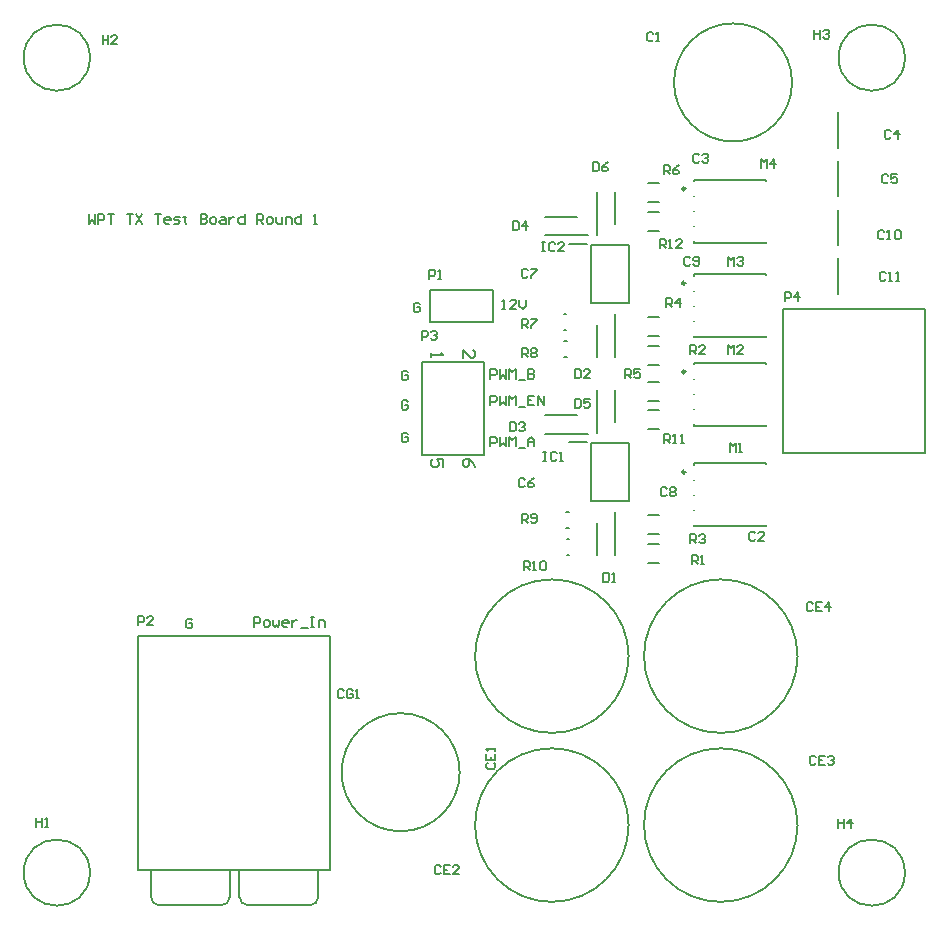
<source format=gto>
G04*
G04 #@! TF.GenerationSoftware,Altium Limited,Altium Designer,20.1.12 (249)*
G04*
G04 Layer_Color=65535*
%FSLAX44Y44*%
%MOMM*%
G71*
G04*
G04 #@! TF.SameCoordinates,BAD2E13A-ADEF-41FB-B1CA-1C4B7F66A015*
G04*
G04*
G04 #@! TF.FilePolarity,Positive*
G04*
G01*
G75*
%ADD10C,0.2000*%
%ADD11C,0.2500*%
%ADD12C,0.1524*%
%ADD13C,0.2032*%
D10*
X514085Y213293D02*
G03*
X514085Y213293I-65000J0D01*
G01*
X514085Y70250D02*
G03*
X514085Y70250I-65000J0D01*
G01*
X657128D02*
G03*
X657128Y70250I-65000J0D01*
G01*
X58000Y30000D02*
G03*
X58000Y30000I-28000J0D01*
G01*
Y720000D02*
G03*
X58000Y720000I-28000J0D01*
G01*
X748000D02*
G03*
X748000Y720000I-28000J0D01*
G01*
X652500Y699043D02*
G03*
X652500Y699043I-50000J0D01*
G01*
X657128Y213293D02*
G03*
X657128Y213293I-65000J0D01*
G01*
X184500Y9750D02*
G03*
X192000Y2250I7500J0D01*
G01*
X244000D02*
G03*
X251500Y9750I0J7500D01*
G01*
X169000Y2250D02*
G03*
X176500Y9750I0J7500D01*
G01*
X109500D02*
G03*
X117000Y2250I7500J0D01*
G01*
X371043Y115000D02*
G03*
X371043Y115000I-50000J0D01*
G01*
X748000Y30000D02*
G03*
X748000Y30000I-28000J0D01*
G01*
X339050Y383300D02*
X391350D01*
Y462500D01*
X339050Y383300D02*
Y462500D01*
X391350D01*
X443374Y585061D02*
X470374D01*
X443374Y569561D02*
X479624D01*
X482165Y561268D02*
X514165D01*
Y512268D02*
Y561268D01*
X482165Y512268D02*
X514165D01*
X482165D02*
Y561268D01*
X463415Y562568D02*
X478665D01*
X459624Y479933D02*
X461624D01*
X459624Y466433D02*
X461624D01*
X487416Y402002D02*
Y438252D01*
X502916Y411252D02*
Y438252D01*
X459000Y489476D02*
X461000D01*
X459000Y502976D02*
X461000D01*
X502916Y579061D02*
Y606061D01*
X487416Y569811D02*
Y606061D01*
X530269Y597852D02*
X539730D01*
X530269Y613852D02*
X539730D01*
X530269Y573352D02*
X539730D01*
X530269Y589352D02*
X539730D01*
X530269Y460180D02*
X539730D01*
X530269Y476180D02*
X539730D01*
X530269Y484180D02*
X539730D01*
X530269Y500180D02*
X539730D01*
X530269Y429060D02*
X539730D01*
X530269Y445060D02*
X539730D01*
X530269Y405544D02*
X539730D01*
X530269Y421544D02*
X539730D01*
X569500Y616750D02*
X630500D01*
X569500Y563250D02*
Y564700D01*
Y577200D02*
Y577400D01*
Y589900D02*
Y590100D01*
Y602600D02*
Y602800D01*
Y615300D02*
Y616750D01*
Y563250D02*
X630500D01*
Y564200D01*
Y615800D02*
Y616750D01*
X630500Y535800D02*
Y536750D01*
Y483250D02*
Y484200D01*
X569500Y483250D02*
X630500D01*
X569500Y535300D02*
Y536750D01*
Y522600D02*
Y522800D01*
Y509900D02*
Y510100D01*
Y497200D02*
Y497400D01*
Y483250D02*
Y484700D01*
Y536750D02*
X630500D01*
X569500Y461750D02*
X630500D01*
X569500Y408250D02*
Y409700D01*
Y422200D02*
Y422400D01*
Y434900D02*
Y435100D01*
Y447600D02*
Y447800D01*
Y460300D02*
Y461750D01*
Y408250D02*
X630500D01*
Y409200D01*
Y460800D02*
Y461750D01*
Y375800D02*
Y376750D01*
Y323250D02*
Y324200D01*
X569500Y323250D02*
X630500D01*
X569500Y375300D02*
Y376750D01*
Y362600D02*
Y362800D01*
Y349900D02*
Y350100D01*
Y337200D02*
Y337400D01*
Y323250D02*
Y324700D01*
Y376750D02*
X630500D01*
X443374Y401752D02*
X479624D01*
X443374Y417252D02*
X470374D01*
X482165Y393460D02*
X514165D01*
Y344460D02*
Y393460D01*
X482165Y344460D02*
X514165D01*
X482165D02*
Y393460D01*
X463415Y394760D02*
X478665D01*
X461500Y321667D02*
X463500D01*
X461500Y335167D02*
X463500D01*
X461958Y312125D02*
X463957D01*
X461958Y298625D02*
X463957D01*
X487416Y466500D02*
Y493500D01*
X502916Y466500D02*
Y502750D01*
X502750Y299000D02*
Y335250D01*
X487250Y299000D02*
Y326000D01*
X530269Y292380D02*
X539730D01*
X530269Y308380D02*
X539730D01*
X530269Y316380D02*
X539730D01*
X530269Y332380D02*
X539730D01*
X99000Y230250D02*
X261000D01*
X99000Y32250D02*
X261000D01*
Y230250D01*
X99000Y32250D02*
X99000Y230250D01*
X184500Y9750D02*
Y32250D01*
X192000Y2250D02*
X244500D01*
X251500Y9750D02*
Y32250D01*
X176500Y9750D02*
Y32250D01*
X117000Y2250D02*
X169500D01*
X109500Y9750D02*
Y32250D01*
X691500Y520000D02*
Y550000D01*
X645000Y385530D02*
Y507130D01*
Y385530D02*
X765000D01*
Y507130D01*
X645000D02*
X765000D01*
X399400Y496550D02*
Y523450D01*
X345600D02*
X399400D01*
X345600Y496550D02*
Y523450D01*
Y496550D02*
X399400D01*
X691500Y561243D02*
Y591243D01*
Y602485D02*
Y632485D01*
Y643728D02*
Y673728D01*
X197000Y238333D02*
Y246330D01*
X200999D01*
X202332Y244998D01*
Y242332D01*
X200999Y240999D01*
X197000D01*
X206330Y238333D02*
X208996D01*
X210329Y239666D01*
Y242332D01*
X208996Y243664D01*
X206330D01*
X204997Y242332D01*
Y239666D01*
X206330Y238333D01*
X212995Y243664D02*
Y239666D01*
X214328Y238333D01*
X215661Y239666D01*
X216994Y238333D01*
X218326Y239666D01*
Y243664D01*
X224991Y238333D02*
X222325D01*
X220992Y239666D01*
Y242332D01*
X222325Y243664D01*
X224991D01*
X226324Y242332D01*
Y240999D01*
X220992D01*
X228990Y243664D02*
Y238333D01*
Y240999D01*
X230323Y242332D01*
X231656Y243664D01*
X232988D01*
X236987Y237000D02*
X242319D01*
X244984Y246330D02*
X247650D01*
X246317D01*
Y238333D01*
X244984D01*
X247650D01*
X251649D02*
Y243664D01*
X255648D01*
X256981Y242332D01*
Y238333D01*
X144832Y243664D02*
X143499Y244997D01*
X140833D01*
X139500Y243664D01*
Y238333D01*
X140833Y237000D01*
X143499D01*
X144832Y238333D01*
Y240999D01*
X142166D01*
X407000Y507000D02*
X409666D01*
X408333D01*
Y514997D01*
X407000Y513665D01*
X418996Y507000D02*
X413665D01*
X418996Y512332D01*
Y513665D01*
X417663Y514997D01*
X414997D01*
X413665Y513665D01*
X421662Y514997D02*
Y509666D01*
X424328Y507000D01*
X426994Y509666D01*
Y514997D01*
X337332Y511165D02*
X335999Y512497D01*
X333333D01*
X332000Y511165D01*
Y505833D01*
X333333Y504500D01*
X335999D01*
X337332Y505833D01*
Y508499D01*
X334666D01*
X397000Y390833D02*
Y398830D01*
X400999D01*
X402332Y397497D01*
Y394832D01*
X400999Y393499D01*
X397000D01*
X404997Y398830D02*
Y390833D01*
X407663Y393499D01*
X410329Y390833D01*
Y398830D01*
X412995Y390833D02*
Y398830D01*
X415661Y396165D01*
X418326Y398830D01*
Y390833D01*
X420992Y389500D02*
X426324D01*
X428990Y390833D02*
Y396165D01*
X431656Y398830D01*
X434321Y396165D01*
Y390833D01*
Y394832D01*
X428990D01*
X397000Y425833D02*
Y433830D01*
X400999D01*
X402332Y432497D01*
Y429832D01*
X400999Y428499D01*
X397000D01*
X404997Y433830D02*
Y425833D01*
X407663Y428499D01*
X410329Y425833D01*
Y433830D01*
X412995Y425833D02*
Y433830D01*
X415661Y431165D01*
X418326Y433830D01*
Y425833D01*
X420992Y424500D02*
X426324D01*
X434321Y433830D02*
X428990D01*
Y425833D01*
X434321D01*
X428990Y429832D02*
X431656D01*
X436987Y425833D02*
Y433830D01*
X442319Y425833D01*
Y433830D01*
X397000Y448333D02*
Y456330D01*
X400999D01*
X402332Y454997D01*
Y452332D01*
X400999Y450999D01*
X397000D01*
X404997Y456330D02*
Y448333D01*
X407663Y450999D01*
X410329Y448333D01*
Y456330D01*
X412995Y448333D02*
Y456330D01*
X415661Y453665D01*
X418326Y456330D01*
Y448333D01*
X420992Y447000D02*
X426324D01*
X428990Y456330D02*
Y448333D01*
X432988D01*
X434321Y449666D01*
Y450999D01*
X432988Y452332D01*
X428990D01*
X432988D01*
X434321Y453665D01*
Y454997D01*
X432988Y456330D01*
X428990D01*
X327332Y401165D02*
X325999Y402497D01*
X323333D01*
X322000Y401165D01*
Y395833D01*
X323333Y394500D01*
X325999D01*
X327332Y395833D01*
Y398499D01*
X324666D01*
X327332Y428665D02*
X325999Y429997D01*
X323333D01*
X322000Y428665D01*
Y423333D01*
X323333Y422000D01*
X325999D01*
X327332Y423333D01*
Y425999D01*
X324666D01*
X327332Y453665D02*
X325999Y454997D01*
X323333D01*
X322000Y453665D01*
Y448333D01*
X323333Y447000D01*
X325999D01*
X327332Y448333D01*
Y450999D01*
X324666D01*
X57000Y587497D02*
Y579500D01*
X59666Y582166D01*
X62332Y579500D01*
Y587497D01*
X64997Y579500D02*
Y587497D01*
X68996D01*
X70329Y586165D01*
Y583499D01*
X68996Y582166D01*
X64997D01*
X72995Y587497D02*
X78326D01*
X75661D01*
Y579500D01*
X88990Y587497D02*
X94321D01*
X91656D01*
Y579500D01*
X96987Y587497D02*
X102319Y579500D01*
Y587497D02*
X96987Y579500D01*
X112982Y587497D02*
X118314D01*
X115648D01*
Y579500D01*
X124978D02*
X122312D01*
X120979Y580833D01*
Y583499D01*
X122312Y584832D01*
X124978D01*
X126311Y583499D01*
Y582166D01*
X120979D01*
X128977Y579500D02*
X132976D01*
X134308Y580833D01*
X132976Y582166D01*
X130310D01*
X128977Y583499D01*
X130310Y584832D01*
X134308D01*
X138307Y586165D02*
Y584832D01*
X136974D01*
X139640D01*
X138307D01*
Y580833D01*
X139640Y579500D01*
X151636Y587497D02*
Y579500D01*
X155635D01*
X156968Y580833D01*
Y582166D01*
X155635Y583499D01*
X151636D01*
X155635D01*
X156968Y584832D01*
Y586165D01*
X155635Y587497D01*
X151636D01*
X160966Y579500D02*
X163632D01*
X164965Y580833D01*
Y583499D01*
X163632Y584832D01*
X160966D01*
X159634Y583499D01*
Y580833D01*
X160966Y579500D01*
X168964Y584832D02*
X171630D01*
X172963Y583499D01*
Y579500D01*
X168964D01*
X167631Y580833D01*
X168964Y582166D01*
X172963D01*
X175628Y584832D02*
Y579500D01*
Y582166D01*
X176961Y583499D01*
X178294Y584832D01*
X179627D01*
X188957Y587497D02*
Y579500D01*
X184959D01*
X183626Y580833D01*
Y583499D01*
X184959Y584832D01*
X188957D01*
X199621Y579500D02*
Y587497D01*
X203619D01*
X204952Y586165D01*
Y583499D01*
X203619Y582166D01*
X199621D01*
X202286D02*
X204952Y579500D01*
X208951D02*
X211617D01*
X212950Y580833D01*
Y583499D01*
X211617Y584832D01*
X208951D01*
X207618Y583499D01*
Y580833D01*
X208951Y579500D01*
X215616Y584832D02*
Y580833D01*
X216948Y579500D01*
X220947D01*
Y584832D01*
X223613Y579500D02*
Y584832D01*
X227612D01*
X228944Y583499D01*
Y579500D01*
X236942Y587497D02*
Y579500D01*
X232943D01*
X231610Y580833D01*
Y583499D01*
X232943Y584832D01*
X236942D01*
X247605Y579500D02*
X250271D01*
X248938D01*
Y587497D01*
X247605Y586165D01*
D11*
X562000Y609050D02*
G03*
X562000Y609050I-1250J0D01*
G01*
X562000Y529050D02*
G03*
X562000Y529050I-1250J0D01*
G01*
Y454050D02*
G03*
X562000Y454050I-1250J0D01*
G01*
Y369050D02*
G03*
X562000Y369050I-1250J0D01*
G01*
D12*
X384357Y373429D02*
X382664Y376814D01*
X379278Y380200D01*
X375893D01*
X374200Y378507D01*
Y375122D01*
X375893Y373429D01*
X377586D01*
X379278Y375122D01*
Y380200D01*
X357357Y373429D02*
Y380200D01*
X352278D01*
X353971Y376814D01*
Y375122D01*
X352278Y373429D01*
X348893D01*
X347200Y375122D01*
Y378507D01*
X348893Y380200D01*
X374200Y465829D02*
Y472600D01*
X380971Y465829D01*
X382664D01*
X384357Y467522D01*
Y470907D01*
X382664Y472600D01*
X347200Y469600D02*
Y466214D01*
Y467907D01*
X357357D01*
X355664Y469600D01*
D13*
X338828Y481262D02*
Y488880D01*
X342637D01*
X343906Y487610D01*
Y485071D01*
X342637Y483801D01*
X338828D01*
X346446Y487610D02*
X347715Y488880D01*
X350254D01*
X351524Y487610D01*
Y486340D01*
X350254Y485071D01*
X348985D01*
X350254D01*
X351524Y483801D01*
Y482532D01*
X350254Y481262D01*
X347715D01*
X346446Y482532D01*
X626152Y626191D02*
Y633809D01*
X628691Y631270D01*
X631230Y633809D01*
Y626191D01*
X637578D02*
Y633809D01*
X633770Y630000D01*
X638848D01*
X598652Y543691D02*
Y551309D01*
X601191Y548770D01*
X603730Y551309D01*
Y543691D01*
X606270Y550039D02*
X607539Y551309D01*
X610078D01*
X611348Y550039D01*
Y548770D01*
X610078Y547500D01*
X608809D01*
X610078D01*
X611348Y546230D01*
Y544961D01*
X610078Y543691D01*
X607539D01*
X606270Y544961D01*
X598652Y468691D02*
Y476309D01*
X601191Y473770D01*
X603730Y476309D01*
Y468691D01*
X611348D02*
X606270D01*
X611348Y473770D01*
Y475039D01*
X610078Y476309D01*
X607539D01*
X606270Y475039D01*
X599922Y386191D02*
Y393809D01*
X602461Y391270D01*
X605000Y393809D01*
Y386191D01*
X607539D02*
X610078D01*
X608809D01*
Y393809D01*
X607539Y392539D01*
X540478Y558691D02*
Y566309D01*
X544287D01*
X545556Y565039D01*
Y562500D01*
X544287Y561230D01*
X540478D01*
X543017D02*
X545556Y558691D01*
X548096D02*
X550635D01*
X549365D01*
Y566309D01*
X548096Y565039D01*
X559522Y558691D02*
X554444D01*
X559522Y563770D01*
Y565039D01*
X558252Y566309D01*
X555713D01*
X554444Y565039D01*
X544248Y393691D02*
Y401309D01*
X548056D01*
X549326Y400039D01*
Y397500D01*
X548056Y396230D01*
X544248D01*
X546787D02*
X549326Y393691D01*
X551865D02*
X554404D01*
X553135D01*
Y401309D01*
X551865Y400039D01*
X558213Y393691D02*
X560752D01*
X559483D01*
Y401309D01*
X558213Y400039D01*
X425478Y286191D02*
Y293809D01*
X429287D01*
X430556Y292539D01*
Y290000D01*
X429287Y288730D01*
X425478D01*
X428017D02*
X430556Y286191D01*
X433096D02*
X435635D01*
X434365D01*
Y293809D01*
X433096Y292539D01*
X439444D02*
X440713Y293809D01*
X443252D01*
X444522Y292539D01*
Y287461D01*
X443252Y286191D01*
X440713D01*
X439444Y287461D01*
Y292539D01*
X423652Y326191D02*
Y333809D01*
X427461D01*
X428730Y332539D01*
Y330000D01*
X427461Y328730D01*
X423652D01*
X426191D02*
X428730Y326191D01*
X431270Y327461D02*
X432539Y326191D01*
X435078D01*
X436348Y327461D01*
Y332539D01*
X435078Y333809D01*
X432539D01*
X431270Y332539D01*
Y331270D01*
X432539Y330000D01*
X436348D01*
X423652Y466191D02*
Y473809D01*
X427461D01*
X428730Y472539D01*
Y470000D01*
X427461Y468730D01*
X423652D01*
X426191D02*
X428730Y466191D01*
X431270Y472539D02*
X432539Y473809D01*
X435078D01*
X436348Y472539D01*
Y471270D01*
X435078Y470000D01*
X436348Y468730D01*
Y467461D01*
X435078Y466191D01*
X432539D01*
X431270Y467461D01*
Y468730D01*
X432539Y470000D01*
X431270Y471270D01*
Y472539D01*
X432539Y470000D02*
X435078D01*
X423652Y491191D02*
Y498809D01*
X427461D01*
X428730Y497539D01*
Y495000D01*
X427461Y493730D01*
X423652D01*
X426191D02*
X428730Y491191D01*
X431270Y498809D02*
X436348D01*
Y497539D01*
X431270Y492461D01*
Y491191D01*
X543652Y621191D02*
Y628809D01*
X547461D01*
X548730Y627539D01*
Y625000D01*
X547461Y623730D01*
X543652D01*
X546191D02*
X548730Y621191D01*
X556348Y628809D02*
X553809Y627539D01*
X551270Y625000D01*
Y622461D01*
X552539Y621191D01*
X555078D01*
X556348Y622461D01*
Y623730D01*
X555078Y625000D01*
X551270D01*
X511152Y448691D02*
Y456309D01*
X514961D01*
X516230Y455039D01*
Y452500D01*
X514961Y451230D01*
X511152D01*
X513691D02*
X516230Y448691D01*
X523848Y456309D02*
X518770D01*
Y452500D01*
X521309Y453770D01*
X522578D01*
X523848Y452500D01*
Y449961D01*
X522578Y448691D01*
X520039D01*
X518770Y449961D01*
X546152Y508691D02*
Y516309D01*
X549961D01*
X551230Y515039D01*
Y512500D01*
X549961Y511230D01*
X546152D01*
X548691D02*
X551230Y508691D01*
X557578D02*
Y516309D01*
X553770Y512500D01*
X558848D01*
X566152Y308691D02*
Y316309D01*
X569961D01*
X571230Y315039D01*
Y312500D01*
X569961Y311230D01*
X566152D01*
X568691D02*
X571230Y308691D01*
X573770Y315039D02*
X575039Y316309D01*
X577578D01*
X578848Y315039D01*
Y313770D01*
X577578Y312500D01*
X576309D01*
X577578D01*
X578848Y311230D01*
Y309961D01*
X577578Y308691D01*
X575039D01*
X573770Y309961D01*
X566152Y468691D02*
Y476309D01*
X569961D01*
X571230Y475039D01*
Y472500D01*
X569961Y471230D01*
X566152D01*
X568691D02*
X571230Y468691D01*
X578848D02*
X573770D01*
X578848Y473770D01*
Y475039D01*
X577578Y476309D01*
X575039D01*
X573770Y475039D01*
X567422Y291191D02*
Y298809D01*
X571230D01*
X572500Y297539D01*
Y295000D01*
X571230Y293730D01*
X567422D01*
X569961D02*
X572500Y291191D01*
X575039D02*
X577578D01*
X576309D01*
Y298809D01*
X575039Y297539D01*
X646152Y513691D02*
Y521309D01*
X649961D01*
X651230Y520039D01*
Y517500D01*
X649961Y516230D01*
X646152D01*
X657578Y513691D02*
Y521309D01*
X653770Y517500D01*
X658848D01*
X98838Y239624D02*
Y247241D01*
X102647D01*
X103916Y245972D01*
Y243433D01*
X102647Y242163D01*
X98838D01*
X111534Y239624D02*
X106455D01*
X111534Y244702D01*
Y245972D01*
X110264Y247241D01*
X107725D01*
X106455Y245972D01*
X345406Y532690D02*
Y540307D01*
X349215D01*
X350484Y539037D01*
Y536498D01*
X349215Y535229D01*
X345406D01*
X353023Y532690D02*
X355563D01*
X354293D01*
Y540307D01*
X353023Y539037D01*
X440478Y563809D02*
X443017D01*
X441748D01*
Y556191D01*
X440478D01*
X443017D01*
X451904Y562539D02*
X450635Y563809D01*
X448096D01*
X446826Y562539D01*
Y557461D01*
X448096Y556191D01*
X450635D01*
X451904Y557461D01*
X459522Y556191D02*
X454444D01*
X459522Y561270D01*
Y562539D01*
X458252Y563809D01*
X455713D01*
X454444Y562539D01*
X441748Y386309D02*
X444287D01*
X443017D01*
Y378691D01*
X441748D01*
X444287D01*
X453174Y385039D02*
X451904Y386309D01*
X449365D01*
X448096Y385039D01*
Y379961D01*
X449365Y378691D01*
X451904D01*
X453174Y379961D01*
X455713Y378691D02*
X458252D01*
X456983D01*
Y386309D01*
X455713Y385039D01*
X691100Y75690D02*
Y68072D01*
Y71881D01*
X696178D01*
Y75690D01*
Y68072D01*
X702526D02*
Y75690D01*
X698717Y71881D01*
X703796D01*
X671152Y743809D02*
Y736191D01*
Y740000D01*
X676230D01*
Y743809D01*
Y736191D01*
X678770Y742539D02*
X680039Y743809D01*
X682578D01*
X683848Y742539D01*
Y741270D01*
X682578Y740000D01*
X681309D01*
X682578D01*
X683848Y738730D01*
Y737461D01*
X682578Y736191D01*
X680039D01*
X678770Y737461D01*
X68652Y738809D02*
Y731191D01*
Y735000D01*
X73730D01*
Y738809D01*
Y731191D01*
X81348D02*
X76270D01*
X81348Y736270D01*
Y737539D01*
X80078Y738809D01*
X77539D01*
X76270Y737539D01*
X12422Y76309D02*
Y68691D01*
Y72500D01*
X17500D01*
Y76309D01*
Y68691D01*
X20039D02*
X22578D01*
X21309D01*
Y76309D01*
X20039Y75039D01*
X483652Y631309D02*
Y623691D01*
X487461D01*
X488730Y624961D01*
Y630039D01*
X487461Y631309D01*
X483652D01*
X496348D02*
X493809Y630039D01*
X491270Y627500D01*
Y624961D01*
X492539Y623691D01*
X495078D01*
X496348Y624961D01*
Y626230D01*
X495078Y627500D01*
X491270D01*
X468652Y431309D02*
Y423691D01*
X472461D01*
X473730Y424961D01*
Y430039D01*
X472461Y431309D01*
X468652D01*
X481348D02*
X476270D01*
Y427500D01*
X478809Y428770D01*
X480078D01*
X481348Y427500D01*
Y424961D01*
X480078Y423691D01*
X477539D01*
X476270Y424961D01*
X416152Y581309D02*
Y573691D01*
X419961D01*
X421230Y574961D01*
Y580039D01*
X419961Y581309D01*
X416152D01*
X427578Y573691D02*
Y581309D01*
X423770Y577500D01*
X428848D01*
X413652Y411309D02*
Y403691D01*
X417461D01*
X418730Y404961D01*
Y410039D01*
X417461Y411309D01*
X413652D01*
X421270Y410039D02*
X422539Y411309D01*
X425078D01*
X426348Y410039D01*
Y408770D01*
X425078Y407500D01*
X423809D01*
X425078D01*
X426348Y406230D01*
Y404961D01*
X425078Y403691D01*
X422539D01*
X421270Y404961D01*
X468652Y456309D02*
Y448691D01*
X472461D01*
X473730Y449961D01*
Y455039D01*
X472461Y456309D01*
X468652D01*
X481348Y448691D02*
X476270D01*
X481348Y453770D01*
Y455039D01*
X480078Y456309D01*
X477539D01*
X476270Y455039D01*
X492422Y283809D02*
Y276191D01*
X496230D01*
X497500Y277461D01*
Y282539D01*
X496230Y283809D01*
X492422D01*
X500039Y276191D02*
X502578D01*
X501309D01*
Y283809D01*
X500039Y282539D01*
X273029Y183814D02*
X271759Y185084D01*
X269220D01*
X267950Y183814D01*
Y178736D01*
X269220Y177466D01*
X271759D01*
X273029Y178736D01*
X280646Y183814D02*
X279377Y185084D01*
X276838D01*
X275568Y183814D01*
Y178736D01*
X276838Y177466D01*
X279377D01*
X280646Y178736D01*
Y181275D01*
X278107D01*
X283186Y177466D02*
X285725D01*
X284455D01*
Y185084D01*
X283186Y183814D01*
X669922Y257539D02*
X668652Y258809D01*
X666113D01*
X664843Y257539D01*
Y252461D01*
X666113Y251191D01*
X668652D01*
X669922Y252461D01*
X677539Y258809D02*
X672461D01*
Y251191D01*
X677539D01*
X672461Y255000D02*
X675000D01*
X683887Y251191D02*
Y258809D01*
X680078Y255000D01*
X685157D01*
X672422Y127539D02*
X671152Y128809D01*
X668613D01*
X667343Y127539D01*
Y122461D01*
X668613Y121191D01*
X671152D01*
X672422Y122461D01*
X680039Y128809D02*
X674961D01*
Y121191D01*
X680039D01*
X674961Y125000D02*
X677500D01*
X682578Y127539D02*
X683848Y128809D01*
X686387D01*
X687657Y127539D01*
Y126270D01*
X686387Y125000D01*
X685118D01*
X686387D01*
X687657Y123730D01*
Y122461D01*
X686387Y121191D01*
X683848D01*
X682578Y122461D01*
X354922Y35039D02*
X353652Y36309D01*
X351113D01*
X349843Y35039D01*
Y29961D01*
X351113Y28691D01*
X353652D01*
X354922Y29961D01*
X362539Y36309D02*
X357461D01*
Y28691D01*
X362539D01*
X357461Y32500D02*
X360000D01*
X370157Y28691D02*
X365078D01*
X370157Y33770D01*
Y35039D01*
X368887Y36309D01*
X366348D01*
X365078Y35039D01*
X394838Y122899D02*
X393569Y121629D01*
Y119090D01*
X394838Y117820D01*
X399917D01*
X401186Y119090D01*
Y121629D01*
X399917Y122899D01*
X393569Y130516D02*
Y125438D01*
X401186D01*
Y130516D01*
X397378Y125438D02*
Y127977D01*
X401186Y133055D02*
Y135595D01*
Y134325D01*
X393569D01*
X394838Y133055D01*
X731826Y537539D02*
X730556Y538809D01*
X728017D01*
X726748Y537539D01*
Y532461D01*
X728017Y531191D01*
X730556D01*
X731826Y532461D01*
X734365Y531191D02*
X736904D01*
X735635D01*
Y538809D01*
X734365Y537539D01*
X740713Y531191D02*
X743252D01*
X741983D01*
Y538809D01*
X740713Y537539D01*
X730556Y572539D02*
X729287Y573809D01*
X726748D01*
X725478Y572539D01*
Y567461D01*
X726748Y566191D01*
X729287D01*
X730556Y567461D01*
X733096Y566191D02*
X735635D01*
X734365D01*
Y573809D01*
X733096Y572539D01*
X739444D02*
X740713Y573809D01*
X743252D01*
X744522Y572539D01*
Y567461D01*
X743252Y566191D01*
X740713D01*
X739444Y567461D01*
Y572539D01*
X566230Y550039D02*
X564961Y551309D01*
X562422D01*
X561152Y550039D01*
Y544961D01*
X562422Y543691D01*
X564961D01*
X566230Y544961D01*
X568770D02*
X570039Y543691D01*
X572578D01*
X573848Y544961D01*
Y550039D01*
X572578Y551309D01*
X570039D01*
X568770Y550039D01*
Y548770D01*
X570039Y547500D01*
X573848D01*
X546230Y355039D02*
X544961Y356309D01*
X542422D01*
X541152Y355039D01*
Y349961D01*
X542422Y348691D01*
X544961D01*
X546230Y349961D01*
X548770Y355039D02*
X550039Y356309D01*
X552578D01*
X553848Y355039D01*
Y353770D01*
X552578Y352500D01*
X553848Y351230D01*
Y349961D01*
X552578Y348691D01*
X550039D01*
X548770Y349961D01*
Y351230D01*
X550039Y352500D01*
X548770Y353770D01*
Y355039D01*
X550039Y352500D02*
X552578D01*
X428730Y540039D02*
X427461Y541309D01*
X424922D01*
X423652Y540039D01*
Y534961D01*
X424922Y533691D01*
X427461D01*
X428730Y534961D01*
X431270Y541309D02*
X436348D01*
Y540039D01*
X431270Y534961D01*
Y533691D01*
X426230Y362539D02*
X424961Y363809D01*
X422422D01*
X421152Y362539D01*
Y357461D01*
X422422Y356191D01*
X424961D01*
X426230Y357461D01*
X433848Y363809D02*
X431309Y362539D01*
X428770Y360000D01*
Y357461D01*
X430039Y356191D01*
X432578D01*
X433848Y357461D01*
Y358730D01*
X432578Y360000D01*
X428770D01*
X733730Y620039D02*
X732461Y621309D01*
X729922D01*
X728652Y620039D01*
Y614961D01*
X729922Y613691D01*
X732461D01*
X733730Y614961D01*
X741348Y621309D02*
X736270D01*
Y617500D01*
X738809Y618770D01*
X740078D01*
X741348Y617500D01*
Y614961D01*
X740078Y613691D01*
X737539D01*
X736270Y614961D01*
X736230Y657539D02*
X734961Y658809D01*
X732422D01*
X731152Y657539D01*
Y652461D01*
X732422Y651191D01*
X734961D01*
X736230Y652461D01*
X742578Y651191D02*
Y658809D01*
X738770Y655000D01*
X743848D01*
X573730Y637539D02*
X572461Y638809D01*
X569922D01*
X568652Y637539D01*
Y632461D01*
X569922Y631191D01*
X572461D01*
X573730Y632461D01*
X576270Y637539D02*
X577539Y638809D01*
X580078D01*
X581348Y637539D01*
Y636270D01*
X580078Y635000D01*
X578809D01*
X580078D01*
X581348Y633730D01*
Y632461D01*
X580078Y631191D01*
X577539D01*
X576270Y632461D01*
X621230Y317539D02*
X619961Y318809D01*
X617422D01*
X616152Y317539D01*
Y312461D01*
X617422Y311191D01*
X619961D01*
X621230Y312461D01*
X628848Y311191D02*
X623770D01*
X628848Y316270D01*
Y317539D01*
X627578Y318809D01*
X625039D01*
X623770Y317539D01*
X535000Y740039D02*
X533730Y741309D01*
X531191D01*
X529922Y740039D01*
Y734961D01*
X531191Y733691D01*
X533730D01*
X535000Y734961D01*
X537539Y733691D02*
X540078D01*
X538809D01*
Y741309D01*
X537539Y740039D01*
M02*

</source>
